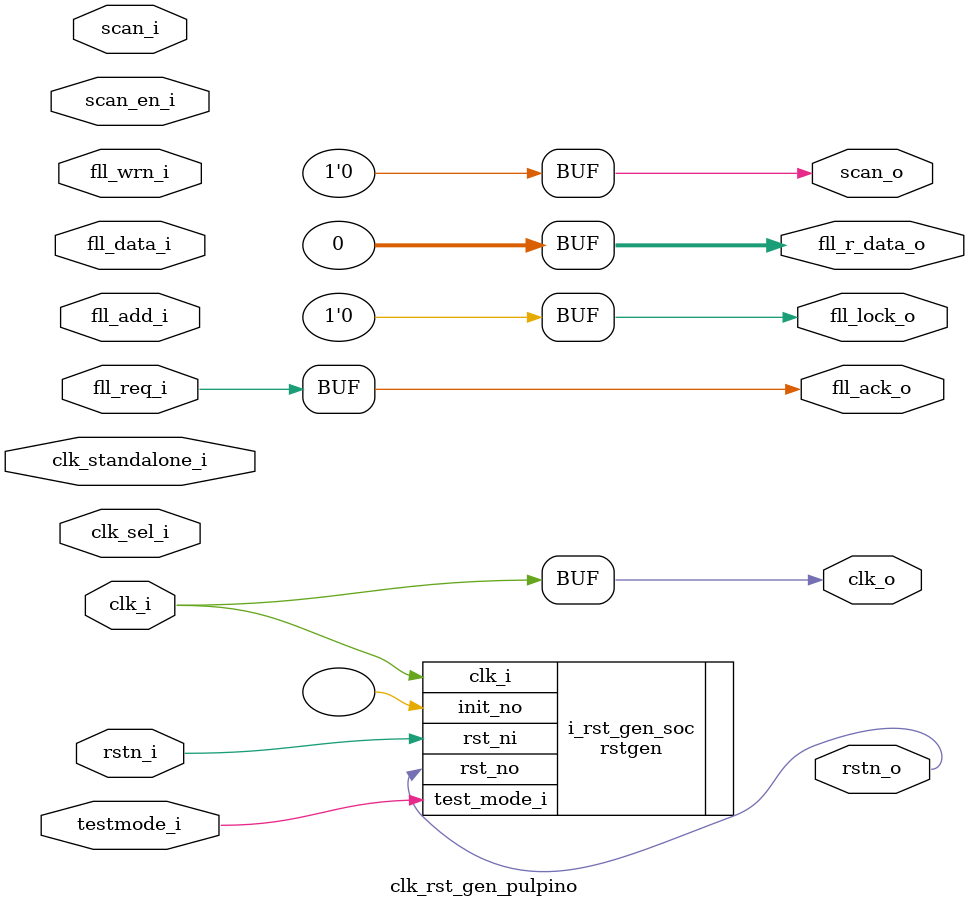
<source format=sv>



module clk_rst_gen_pulpino
(
    input  logic                            clk_i,
    input  logic                            rstn_i,

    input  logic                            clk_sel_i,
    input  logic                            clk_standalone_i,
    input  logic                            testmode_i,
    input  logic                            scan_en_i,
    input  logic                            scan_i,
    output logic                            scan_o,

    input  logic                            fll_req_i,
    input  logic                            fll_wrn_i,
    input  logic                [1:0]       fll_add_i,
    input  logic               [31:0]       fll_data_i,
    output logic                            fll_ack_o,
    output logic               [31:0]       fll_r_data_o,
    output logic                            fll_lock_o,

    output logic                            clk_o,
    output logic                            rstn_o
);


  //----------------------------------------------------------------------------//
  // FLL
  //----------------------------------------------------------------------------//

////`ifdef ASIC
////  umcL65_LL_FLL
////  fll_i
////  (
////    .FLLCLK     ( clk_fll_int       ),
////    .FLLOE      ( 1'b1              ),
////    .REFCLK     ( clk_i             ),
////    .LOCK       ( fll_lock_o        ),
////    .CFGREQ     ( fll_req_i         ),
////    .CFGACK     ( fll_ack_o         ),
////    .CFGAD      ( fll_add_i         ),
////    .CFGD       ( fll_data_i        ),
////    .CFGQ       ( fll_r_data_o      ),
////    .CFGWEB     ( fll_wrn_i         ),
////    .RSTB       ( rstn_i            ),
////    .PWDB       ( clk_sel_i         ),
////    .STAB       ( clk_standalone_i  ),
////    .TM         ( testmode_i        ),
////    .TE         ( scan_en_i         ),
////    .TD         ( scan_i            ),
////    .TQ         ( scan_o            )
////  );
////`else
  assign fll_ack_o    = fll_req_i;
  assign fll_r_data_o = '0;
  assign fll_lock_o   = 1'b0;
  assign scan_o       = 1'b0;
////`endif

  //----------------------------------------------------------------------------//
  // Reset synchronizer
  //----------------------------------------------------------------------------//
  rstgen i_rst_gen_soc
  (
      // PAD FRAME SIGNALS
      .clk_i               ( clk_i           ),
      .rst_ni              ( rstn_i          ),

      // TEST MODE
      .test_mode_i         ( testmode_i      ),

      // OUTPUT RESET
      .rst_no              ( rstn_o          ),
      .init_no             (                 )
  );


  assign clk_o = clk_i;

endmodule

</source>
